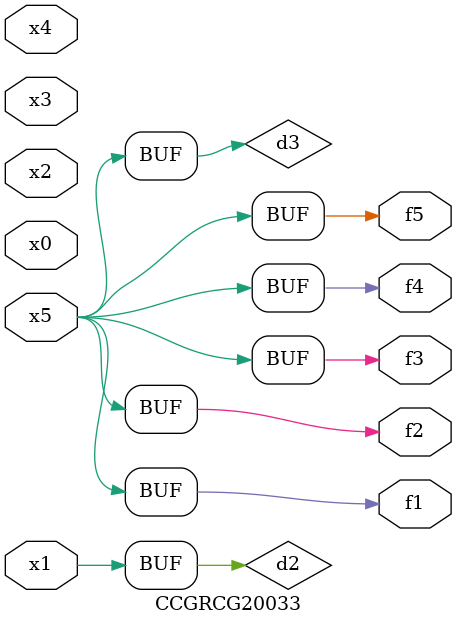
<source format=v>
module CCGRCG20033(
	input x0, x1, x2, x3, x4, x5,
	output f1, f2, f3, f4, f5
);

	wire d1, d2, d3;

	not (d1, x5);
	or (d2, x1);
	xnor (d3, d1);
	assign f1 = d3;
	assign f2 = d3;
	assign f3 = d3;
	assign f4 = d3;
	assign f5 = d3;
endmodule

</source>
